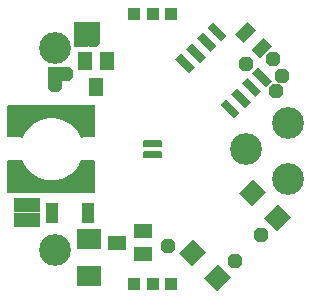
<source format=gts>
G75*
%MOIN*%
%OFA0B0*%
%FSLAX25Y25*%
%IPPOS*%
%LPD*%
%AMOC8*
5,1,8,0,0,1.08239X$1,22.5*
%
%ADD10R,0.05600X0.05600*%
%ADD11C,0.00500*%
%ADD12C,0.00160*%
%ADD13C,0.00593*%
%ADD14R,0.04537X0.06112*%
%ADD15R,0.06899X0.06112*%
%ADD16C,0.10600*%
%ADD17R,0.06112X0.04537*%
%ADD18R,0.04143X0.06899*%
%ADD19R,0.04143X0.05718*%
%ADD20R,0.02765X0.06506*%
%ADD21R,0.08080X0.06899*%
%ADD22R,0.04756X0.04756*%
%ADD23OC8,0.04756*%
%ADD24R,0.04362X0.04362*%
D10*
X0086061Y0071189D03*
X0086061Y0094811D03*
D11*
X0088620Y0094793D02*
X0059880Y0094793D01*
X0059880Y0094295D02*
X0088620Y0094295D01*
X0088620Y0093796D02*
X0073209Y0093796D01*
X0072944Y0093838D02*
X0074250Y0093630D01*
X0075549Y0093791D01*
X0076856Y0093747D01*
X0078141Y0093499D01*
X0079371Y0093053D01*
X0080517Y0092420D01*
X0081549Y0091616D01*
X0082442Y0090660D01*
X0083176Y0089576D01*
X0083730Y0088391D01*
X0084093Y0087134D01*
X0088620Y0087134D01*
X0088620Y0097370D01*
X0059880Y0097370D01*
X0059880Y0087134D01*
X0064407Y0087134D01*
X0064729Y0088417D01*
X0065257Y0089629D01*
X0065977Y0090739D01*
X0066869Y0091716D01*
X0067909Y0092533D01*
X0069069Y0093168D01*
X0070318Y0093604D01*
X0071621Y0093830D01*
X0072944Y0093838D01*
X0071427Y0093796D02*
X0059880Y0093796D01*
X0059880Y0093298D02*
X0069441Y0093298D01*
X0068396Y0092799D02*
X0059880Y0092799D01*
X0059880Y0092301D02*
X0067614Y0092301D01*
X0066979Y0091802D02*
X0059880Y0091802D01*
X0059880Y0091303D02*
X0066493Y0091303D01*
X0066037Y0090805D02*
X0059880Y0090805D01*
X0059880Y0090306D02*
X0065697Y0090306D01*
X0065373Y0089808D02*
X0059880Y0089808D01*
X0059880Y0089309D02*
X0065118Y0089309D01*
X0064901Y0088811D02*
X0059880Y0088811D01*
X0059880Y0088312D02*
X0064703Y0088312D01*
X0064578Y0087814D02*
X0059880Y0087814D01*
X0059880Y0087315D02*
X0064453Y0087315D01*
X0059880Y0095292D02*
X0088620Y0095292D01*
X0088620Y0095790D02*
X0059880Y0095790D01*
X0059880Y0096289D02*
X0088620Y0096289D01*
X0088620Y0096787D02*
X0059880Y0096787D01*
X0059880Y0097286D02*
X0088620Y0097286D01*
X0088620Y0093298D02*
X0078697Y0093298D01*
X0079831Y0092799D02*
X0088620Y0092799D01*
X0088620Y0092301D02*
X0080670Y0092301D01*
X0081310Y0091802D02*
X0088620Y0091802D01*
X0088620Y0091303D02*
X0081841Y0091303D01*
X0082307Y0090805D02*
X0088620Y0090805D01*
X0088620Y0090306D02*
X0082682Y0090306D01*
X0083019Y0089808D02*
X0088620Y0089808D01*
X0088620Y0089309D02*
X0083301Y0089309D01*
X0083534Y0088811D02*
X0088620Y0088811D01*
X0088620Y0088312D02*
X0083753Y0088312D01*
X0083897Y0087814D02*
X0088620Y0087814D01*
X0088620Y0087315D02*
X0084040Y0087315D01*
X0084093Y0078866D02*
X0088620Y0078866D01*
X0088620Y0068630D01*
X0059880Y0068630D01*
X0059880Y0078866D01*
X0064407Y0078866D01*
X0064770Y0077609D01*
X0065324Y0076424D01*
X0066058Y0075340D01*
X0066951Y0074384D01*
X0067983Y0073580D01*
X0069129Y0072947D01*
X0070359Y0072501D01*
X0071644Y0072253D01*
X0072951Y0072209D01*
X0074250Y0072370D01*
X0075556Y0072162D01*
X0076879Y0072170D01*
X0078182Y0072396D01*
X0079431Y0072832D01*
X0080591Y0073467D01*
X0081631Y0074284D01*
X0082523Y0075261D01*
X0083243Y0076371D01*
X0083771Y0077583D01*
X0084093Y0078866D01*
X0084086Y0078841D02*
X0088620Y0078841D01*
X0088620Y0078342D02*
X0083961Y0078342D01*
X0083836Y0077844D02*
X0088620Y0077844D01*
X0088620Y0077345D02*
X0083667Y0077345D01*
X0083450Y0076847D02*
X0088620Y0076847D01*
X0088620Y0076348D02*
X0083228Y0076348D01*
X0082905Y0075850D02*
X0088620Y0075850D01*
X0088620Y0075351D02*
X0082581Y0075351D01*
X0082150Y0074853D02*
X0088620Y0074853D01*
X0088620Y0074354D02*
X0081694Y0074354D01*
X0081085Y0073856D02*
X0088620Y0073856D01*
X0088620Y0073357D02*
X0080389Y0073357D01*
X0079479Y0072859D02*
X0088620Y0072859D01*
X0088620Y0072360D02*
X0077975Y0072360D01*
X0074313Y0072360D02*
X0074169Y0072360D01*
X0071088Y0072360D02*
X0059880Y0072360D01*
X0059880Y0071862D02*
X0088620Y0071862D01*
X0088620Y0071363D02*
X0059880Y0071363D01*
X0059880Y0070865D02*
X0088620Y0070865D01*
X0088620Y0070366D02*
X0059880Y0070366D01*
X0059880Y0069868D02*
X0088620Y0069868D01*
X0088620Y0069369D02*
X0059880Y0069369D01*
X0059880Y0068870D02*
X0088620Y0068870D01*
X0069372Y0072859D02*
X0059880Y0072859D01*
X0059880Y0073357D02*
X0068386Y0073357D01*
X0067629Y0073856D02*
X0059880Y0073856D01*
X0059880Y0074354D02*
X0066989Y0074354D01*
X0066513Y0074853D02*
X0059880Y0074853D01*
X0059880Y0075351D02*
X0066050Y0075351D01*
X0065713Y0075850D02*
X0059880Y0075850D01*
X0059880Y0076348D02*
X0065375Y0076348D01*
X0065126Y0076847D02*
X0059880Y0076847D01*
X0059880Y0077345D02*
X0064893Y0077345D01*
X0064702Y0077844D02*
X0059880Y0077844D01*
X0059880Y0078342D02*
X0064558Y0078342D01*
X0064415Y0078841D02*
X0059880Y0078841D01*
D12*
X0085354Y0087643D02*
X0084027Y0087085D01*
X0083922Y0087323D01*
X0083810Y0087558D01*
X0083694Y0087790D01*
X0083571Y0088019D01*
X0083443Y0088245D01*
X0083309Y0088468D01*
X0083170Y0088688D01*
X0083026Y0088904D01*
X0082876Y0089117D01*
X0082722Y0089326D01*
X0082562Y0089531D01*
X0082397Y0089732D01*
X0082228Y0089929D01*
X0082054Y0090122D01*
X0081875Y0090310D01*
X0081691Y0090494D01*
X0081503Y0090674D01*
X0081311Y0090849D01*
X0081114Y0091019D01*
X0080914Y0091184D01*
X0080709Y0091345D01*
X0080501Y0091500D01*
X0080289Y0091650D01*
X0080073Y0091796D01*
X0079854Y0091935D01*
X0079632Y0092070D01*
X0079406Y0092198D01*
X0079177Y0092322D01*
X0078945Y0092440D01*
X0078711Y0092552D01*
X0078474Y0092658D01*
X0078234Y0092758D01*
X0077992Y0092853D01*
X0077747Y0092942D01*
X0077501Y0093024D01*
X0077253Y0093101D01*
X0077002Y0093171D01*
X0076751Y0093236D01*
X0076497Y0093294D01*
X0076243Y0093346D01*
X0075987Y0093392D01*
X0075730Y0093432D01*
X0075472Y0093465D01*
X0075213Y0093492D01*
X0074954Y0093513D01*
X0074695Y0093527D01*
X0074435Y0093535D01*
X0074175Y0093537D01*
X0073915Y0093532D01*
X0073656Y0093521D01*
X0073396Y0093504D01*
X0073137Y0093480D01*
X0072879Y0093450D01*
X0072622Y0093414D01*
X0072365Y0093372D01*
X0072110Y0093323D01*
X0071856Y0093268D01*
X0071603Y0093207D01*
X0071352Y0093140D01*
X0071103Y0093066D01*
X0070855Y0092987D01*
X0070610Y0092901D01*
X0070367Y0092810D01*
X0070125Y0092713D01*
X0069887Y0092610D01*
X0069651Y0092501D01*
X0069418Y0092386D01*
X0069187Y0092266D01*
X0068960Y0092140D01*
X0068736Y0092008D01*
X0068515Y0091872D01*
X0068297Y0091729D01*
X0068083Y0091582D01*
X0067873Y0091429D01*
X0067666Y0091272D01*
X0067463Y0091109D01*
X0067265Y0090941D01*
X0067070Y0090769D01*
X0066880Y0090592D01*
X0066694Y0090410D01*
X0066512Y0090224D01*
X0066336Y0090033D01*
X0066163Y0089839D01*
X0065996Y0089640D01*
X0065834Y0089437D01*
X0065676Y0089230D01*
X0065524Y0089019D01*
X0065377Y0088805D01*
X0065235Y0088587D01*
X0065099Y0088366D01*
X0064967Y0088142D01*
X0064842Y0087914D01*
X0064722Y0087683D01*
X0064608Y0087450D01*
X0064499Y0087214D01*
X0064396Y0086975D01*
X0063063Y0087518D01*
X0063179Y0087790D01*
X0063302Y0088058D01*
X0063432Y0088323D01*
X0063568Y0088585D01*
X0063710Y0088844D01*
X0063859Y0089099D01*
X0064014Y0089351D01*
X0064175Y0089598D01*
X0064342Y0089842D01*
X0064515Y0090081D01*
X0064693Y0090316D01*
X0064878Y0090547D01*
X0065068Y0090773D01*
X0065263Y0090994D01*
X0065464Y0091211D01*
X0065670Y0091422D01*
X0065881Y0091629D01*
X0066097Y0091830D01*
X0066318Y0092026D01*
X0066543Y0092217D01*
X0066773Y0092402D01*
X0067008Y0092581D01*
X0067247Y0092754D01*
X0067490Y0092922D01*
X0067737Y0093084D01*
X0067988Y0093239D01*
X0068243Y0093389D01*
X0068501Y0093532D01*
X0068763Y0093669D01*
X0069028Y0093799D01*
X0069296Y0093923D01*
X0069567Y0094040D01*
X0069841Y0094151D01*
X0070117Y0094255D01*
X0070396Y0094352D01*
X0070677Y0094442D01*
X0070960Y0094525D01*
X0071245Y0094602D01*
X0071532Y0094671D01*
X0071821Y0094734D01*
X0072111Y0094789D01*
X0072402Y0094837D01*
X0072695Y0094879D01*
X0072988Y0094913D01*
X0073282Y0094939D01*
X0073577Y0094959D01*
X0073872Y0094972D01*
X0074167Y0094977D01*
X0074462Y0094975D01*
X0074757Y0094966D01*
X0075052Y0094949D01*
X0075347Y0094926D01*
X0075640Y0094895D01*
X0075933Y0094857D01*
X0076225Y0094812D01*
X0076516Y0094760D01*
X0076805Y0094701D01*
X0077093Y0094635D01*
X0077379Y0094561D01*
X0077663Y0094481D01*
X0077945Y0094394D01*
X0078225Y0094300D01*
X0078502Y0094199D01*
X0078777Y0094092D01*
X0079050Y0093978D01*
X0079319Y0093857D01*
X0079586Y0093729D01*
X0079849Y0093596D01*
X0080109Y0093455D01*
X0080365Y0093309D01*
X0080618Y0093156D01*
X0080867Y0092997D01*
X0081112Y0092832D01*
X0081352Y0092662D01*
X0081589Y0092485D01*
X0081821Y0092303D01*
X0082049Y0092115D01*
X0082272Y0091921D01*
X0082490Y0091722D01*
X0082704Y0091518D01*
X0082912Y0091309D01*
X0083115Y0091095D01*
X0083313Y0090875D01*
X0083505Y0090651D01*
X0083692Y0090423D01*
X0083874Y0090190D01*
X0084049Y0089952D01*
X0084219Y0089711D01*
X0084383Y0089465D01*
X0084540Y0089215D01*
X0084692Y0088962D01*
X0084837Y0088705D01*
X0084976Y0088444D01*
X0085109Y0088181D01*
X0085235Y0087914D01*
X0085355Y0087644D01*
X0085215Y0087585D01*
X0085097Y0087852D01*
X0084973Y0088115D01*
X0084842Y0088376D01*
X0084704Y0088633D01*
X0084561Y0088887D01*
X0084411Y0089137D01*
X0084256Y0089384D01*
X0084094Y0089626D01*
X0083926Y0089865D01*
X0083753Y0090099D01*
X0083574Y0090329D01*
X0083389Y0090555D01*
X0083199Y0090776D01*
X0083004Y0090993D01*
X0082803Y0091204D01*
X0082598Y0091411D01*
X0082387Y0091612D01*
X0082171Y0091809D01*
X0081951Y0092000D01*
X0081726Y0092185D01*
X0081497Y0092365D01*
X0081263Y0092540D01*
X0081025Y0092708D01*
X0080783Y0092871D01*
X0080538Y0093028D01*
X0080288Y0093179D01*
X0080035Y0093324D01*
X0079778Y0093462D01*
X0079518Y0093594D01*
X0079255Y0093720D01*
X0078989Y0093839D01*
X0078720Y0093952D01*
X0078449Y0094058D01*
X0078175Y0094158D01*
X0077898Y0094250D01*
X0077620Y0094336D01*
X0077339Y0094416D01*
X0077057Y0094488D01*
X0076773Y0094553D01*
X0076487Y0094612D01*
X0076200Y0094663D01*
X0075912Y0094708D01*
X0075623Y0094745D01*
X0075333Y0094775D01*
X0075042Y0094799D01*
X0074751Y0094815D01*
X0074459Y0094824D01*
X0074168Y0094826D01*
X0073876Y0094821D01*
X0073585Y0094808D01*
X0073294Y0094789D01*
X0073004Y0094762D01*
X0072714Y0094729D01*
X0072425Y0094688D01*
X0072138Y0094640D01*
X0071851Y0094586D01*
X0071566Y0094524D01*
X0071283Y0094456D01*
X0071001Y0094380D01*
X0070722Y0094298D01*
X0070444Y0094209D01*
X0070169Y0094113D01*
X0069896Y0094010D01*
X0069625Y0093901D01*
X0069358Y0093785D01*
X0069093Y0093663D01*
X0068832Y0093534D01*
X0068573Y0093399D01*
X0068318Y0093258D01*
X0068067Y0093110D01*
X0067819Y0092957D01*
X0067575Y0092797D01*
X0067335Y0092632D01*
X0067099Y0092460D01*
X0066867Y0092283D01*
X0066640Y0092101D01*
X0066417Y0091912D01*
X0066199Y0091719D01*
X0065986Y0091520D01*
X0065777Y0091316D01*
X0065574Y0091107D01*
X0065376Y0090894D01*
X0065183Y0090675D01*
X0064995Y0090452D01*
X0064813Y0090224D01*
X0064637Y0089992D01*
X0064466Y0089755D01*
X0064301Y0089515D01*
X0064142Y0089271D01*
X0063989Y0089022D01*
X0063842Y0088770D01*
X0063702Y0088515D01*
X0063567Y0088256D01*
X0063439Y0087994D01*
X0063318Y0087729D01*
X0063202Y0087461D01*
X0063342Y0087404D01*
X0063456Y0087669D01*
X0063576Y0087931D01*
X0063702Y0088189D01*
X0063835Y0088445D01*
X0063974Y0088697D01*
X0064119Y0088945D01*
X0064270Y0089190D01*
X0064427Y0089432D01*
X0064590Y0089669D01*
X0064758Y0089903D01*
X0064933Y0090132D01*
X0065112Y0090357D01*
X0065298Y0090577D01*
X0065488Y0090793D01*
X0065684Y0091004D01*
X0065885Y0091210D01*
X0066090Y0091411D01*
X0066301Y0091608D01*
X0066516Y0091799D01*
X0066736Y0091984D01*
X0066961Y0092165D01*
X0067189Y0092339D01*
X0067422Y0092509D01*
X0067659Y0092672D01*
X0067900Y0092830D01*
X0068145Y0092981D01*
X0068393Y0093127D01*
X0068645Y0093266D01*
X0068900Y0093400D01*
X0069158Y0093527D01*
X0069420Y0093647D01*
X0069684Y0093762D01*
X0069951Y0093869D01*
X0070220Y0093971D01*
X0070492Y0094065D01*
X0070766Y0094153D01*
X0071042Y0094235D01*
X0071321Y0094309D01*
X0071600Y0094377D01*
X0071882Y0094438D01*
X0072164Y0094492D01*
X0072448Y0094539D01*
X0072733Y0094579D01*
X0073019Y0094612D01*
X0073306Y0094638D01*
X0073593Y0094658D01*
X0073881Y0094670D01*
X0074169Y0094675D01*
X0074457Y0094673D01*
X0074744Y0094664D01*
X0075032Y0094648D01*
X0075319Y0094625D01*
X0075605Y0094595D01*
X0075890Y0094558D01*
X0076175Y0094514D01*
X0076458Y0094464D01*
X0076740Y0094406D01*
X0077021Y0094341D01*
X0077300Y0094270D01*
X0077577Y0094192D01*
X0077852Y0094107D01*
X0078125Y0094015D01*
X0078395Y0093917D01*
X0078663Y0093812D01*
X0078929Y0093701D01*
X0079192Y0093583D01*
X0079451Y0093459D01*
X0079708Y0093328D01*
X0079961Y0093192D01*
X0080211Y0093049D01*
X0080458Y0092900D01*
X0080700Y0092745D01*
X0080939Y0092585D01*
X0081174Y0092418D01*
X0081405Y0092246D01*
X0081631Y0092068D01*
X0081853Y0091885D01*
X0082071Y0091696D01*
X0082283Y0091502D01*
X0082491Y0091303D01*
X0082694Y0091099D01*
X0082893Y0090891D01*
X0083085Y0090677D01*
X0083273Y0090459D01*
X0083455Y0090236D01*
X0083632Y0090009D01*
X0083803Y0089777D01*
X0083969Y0089542D01*
X0084128Y0089302D01*
X0084282Y0089059D01*
X0084430Y0088812D01*
X0084572Y0088561D01*
X0084707Y0088307D01*
X0084837Y0088050D01*
X0084960Y0087790D01*
X0085076Y0087527D01*
X0084937Y0087468D01*
X0084822Y0087728D01*
X0084700Y0087985D01*
X0084573Y0088239D01*
X0084439Y0088489D01*
X0084299Y0088737D01*
X0084153Y0088980D01*
X0084001Y0089221D01*
X0083844Y0089457D01*
X0083680Y0089690D01*
X0083511Y0089918D01*
X0083337Y0090142D01*
X0083157Y0090362D01*
X0082972Y0090578D01*
X0082781Y0090789D01*
X0082586Y0090995D01*
X0082385Y0091196D01*
X0082180Y0091392D01*
X0081970Y0091584D01*
X0081755Y0091770D01*
X0081536Y0091951D01*
X0081312Y0092126D01*
X0081085Y0092296D01*
X0080853Y0092461D01*
X0080617Y0092619D01*
X0080377Y0092772D01*
X0080134Y0092919D01*
X0079888Y0093060D01*
X0079637Y0093195D01*
X0079384Y0093324D01*
X0079128Y0093446D01*
X0078868Y0093562D01*
X0078606Y0093672D01*
X0078342Y0093776D01*
X0078075Y0093873D01*
X0077805Y0093963D01*
X0077534Y0094047D01*
X0077260Y0094124D01*
X0076985Y0094195D01*
X0076708Y0094258D01*
X0076430Y0094315D01*
X0076150Y0094365D01*
X0075869Y0094409D01*
X0075587Y0094445D01*
X0075305Y0094475D01*
X0075021Y0094497D01*
X0074738Y0094513D01*
X0074454Y0094522D01*
X0074170Y0094524D01*
X0073885Y0094519D01*
X0073602Y0094507D01*
X0073318Y0094488D01*
X0073035Y0094462D01*
X0072753Y0094429D01*
X0072471Y0094390D01*
X0072191Y0094343D01*
X0071912Y0094290D01*
X0071634Y0094230D01*
X0071358Y0094163D01*
X0071084Y0094089D01*
X0070811Y0094009D01*
X0070540Y0093922D01*
X0070272Y0093829D01*
X0070006Y0093729D01*
X0069743Y0093622D01*
X0069482Y0093510D01*
X0069224Y0093391D01*
X0068969Y0093265D01*
X0068717Y0093134D01*
X0068468Y0092996D01*
X0068223Y0092852D01*
X0067982Y0092702D01*
X0067744Y0092547D01*
X0067510Y0092386D01*
X0067280Y0092219D01*
X0067054Y0092046D01*
X0066833Y0091868D01*
X0066616Y0091685D01*
X0066403Y0091496D01*
X0066195Y0091303D01*
X0065992Y0091104D01*
X0065794Y0090900D01*
X0065600Y0090692D01*
X0065412Y0090479D01*
X0065230Y0090261D01*
X0065052Y0090040D01*
X0064880Y0089813D01*
X0064714Y0089583D01*
X0064553Y0089349D01*
X0064398Y0089110D01*
X0064249Y0088869D01*
X0064106Y0088623D01*
X0063969Y0088374D01*
X0063838Y0088122D01*
X0063713Y0087867D01*
X0063594Y0087609D01*
X0063482Y0087347D01*
X0063622Y0087290D01*
X0063733Y0087548D01*
X0063850Y0087803D01*
X0063973Y0088055D01*
X0064102Y0088304D01*
X0064238Y0088549D01*
X0064379Y0088792D01*
X0064526Y0089030D01*
X0064679Y0089265D01*
X0064838Y0089497D01*
X0065002Y0089724D01*
X0065172Y0089947D01*
X0065347Y0090166D01*
X0065527Y0090381D01*
X0065713Y0090591D01*
X0065904Y0090797D01*
X0066099Y0090998D01*
X0066300Y0091194D01*
X0066505Y0091385D01*
X0066715Y0091571D01*
X0066929Y0091752D01*
X0067148Y0091928D01*
X0067371Y0092098D01*
X0067598Y0092263D01*
X0067829Y0092422D01*
X0068063Y0092575D01*
X0068302Y0092723D01*
X0068544Y0092865D01*
X0068789Y0093001D01*
X0069038Y0093131D01*
X0069289Y0093254D01*
X0069544Y0093372D01*
X0069801Y0093483D01*
X0070061Y0093588D01*
X0070324Y0093687D01*
X0070589Y0093779D01*
X0070856Y0093865D01*
X0071125Y0093944D01*
X0071396Y0094017D01*
X0071668Y0094083D01*
X0071942Y0094142D01*
X0072218Y0094195D01*
X0072494Y0094240D01*
X0072772Y0094280D01*
X0073051Y0094312D01*
X0073330Y0094337D01*
X0073610Y0094356D01*
X0073890Y0094368D01*
X0074170Y0094373D01*
X0074451Y0094371D01*
X0074731Y0094362D01*
X0075011Y0094347D01*
X0075291Y0094324D01*
X0075570Y0094295D01*
X0075848Y0094259D01*
X0076125Y0094217D01*
X0076401Y0094167D01*
X0076676Y0094111D01*
X0076949Y0094048D01*
X0077221Y0093978D01*
X0077491Y0093902D01*
X0077759Y0093819D01*
X0078025Y0093730D01*
X0078288Y0093635D01*
X0078549Y0093532D01*
X0078808Y0093424D01*
X0079064Y0093309D01*
X0079317Y0093188D01*
X0079567Y0093061D01*
X0079814Y0092928D01*
X0080057Y0092789D01*
X0080297Y0092644D01*
X0080534Y0092493D01*
X0080767Y0092337D01*
X0080995Y0092174D01*
X0081220Y0092007D01*
X0081441Y0091834D01*
X0081657Y0091655D01*
X0081869Y0091471D01*
X0082076Y0091283D01*
X0082279Y0091089D01*
X0082477Y0090890D01*
X0082670Y0090687D01*
X0082858Y0090478D01*
X0083041Y0090266D01*
X0083218Y0090049D01*
X0083391Y0089827D01*
X0083557Y0089602D01*
X0083719Y0089372D01*
X0083874Y0089139D01*
X0084024Y0088902D01*
X0084168Y0088661D01*
X0084306Y0088417D01*
X0084438Y0088170D01*
X0084564Y0087919D01*
X0084684Y0087666D01*
X0084798Y0087409D01*
X0084659Y0087351D01*
X0084546Y0087604D01*
X0084428Y0087854D01*
X0084304Y0088101D01*
X0084173Y0088345D01*
X0084037Y0088586D01*
X0083895Y0088824D01*
X0083747Y0089058D01*
X0083593Y0089288D01*
X0083434Y0089514D01*
X0083270Y0089737D01*
X0083100Y0089955D01*
X0082924Y0090169D01*
X0082744Y0090379D01*
X0082559Y0090585D01*
X0082368Y0090785D01*
X0082173Y0090981D01*
X0081973Y0091173D01*
X0081768Y0091359D01*
X0081559Y0091540D01*
X0081346Y0091716D01*
X0081128Y0091887D01*
X0080906Y0092053D01*
X0080680Y0092213D01*
X0080451Y0092367D01*
X0080217Y0092516D01*
X0079980Y0092659D01*
X0079740Y0092796D01*
X0079497Y0092928D01*
X0079250Y0093053D01*
X0079000Y0093172D01*
X0078748Y0093286D01*
X0078492Y0093393D01*
X0078235Y0093493D01*
X0077975Y0093588D01*
X0077712Y0093676D01*
X0077448Y0093757D01*
X0077181Y0093833D01*
X0076913Y0093901D01*
X0076644Y0093963D01*
X0076372Y0094019D01*
X0076100Y0094068D01*
X0075827Y0094110D01*
X0075552Y0094145D01*
X0075277Y0094174D01*
X0075001Y0094196D01*
X0074725Y0094211D01*
X0074448Y0094220D01*
X0074171Y0094222D01*
X0073895Y0094217D01*
X0073618Y0094205D01*
X0073342Y0094187D01*
X0073066Y0094162D01*
X0072791Y0094130D01*
X0072517Y0094091D01*
X0072244Y0094046D01*
X0071973Y0093994D01*
X0071702Y0093936D01*
X0071433Y0093870D01*
X0071166Y0093799D01*
X0070900Y0093721D01*
X0070637Y0093636D01*
X0070375Y0093545D01*
X0070116Y0093448D01*
X0069860Y0093344D01*
X0069606Y0093234D01*
X0069355Y0093118D01*
X0069106Y0092996D01*
X0068861Y0092868D01*
X0068619Y0092734D01*
X0068380Y0092594D01*
X0068145Y0092448D01*
X0067913Y0092297D01*
X0067685Y0092140D01*
X0067461Y0091977D01*
X0067241Y0091809D01*
X0067026Y0091636D01*
X0066814Y0091457D01*
X0066607Y0091274D01*
X0066405Y0091085D01*
X0066207Y0090892D01*
X0066014Y0090693D01*
X0065825Y0090491D01*
X0065642Y0090283D01*
X0065464Y0090071D01*
X0065291Y0089855D01*
X0065124Y0089635D01*
X0064962Y0089410D01*
X0064805Y0089182D01*
X0064654Y0088950D01*
X0064509Y0088715D01*
X0064369Y0088476D01*
X0064236Y0088233D01*
X0064108Y0087988D01*
X0063987Y0087739D01*
X0063871Y0087488D01*
X0063762Y0087234D01*
X0063902Y0087177D01*
X0064010Y0087427D01*
X0064124Y0087675D01*
X0064244Y0087921D01*
X0064369Y0088163D01*
X0064501Y0088402D01*
X0064639Y0088638D01*
X0064782Y0088870D01*
X0064931Y0089099D01*
X0065086Y0089324D01*
X0065246Y0089546D01*
X0065411Y0089763D01*
X0065581Y0089976D01*
X0065757Y0090185D01*
X0065938Y0090390D01*
X0066124Y0090590D01*
X0066314Y0090786D01*
X0066509Y0090976D01*
X0066709Y0091162D01*
X0066913Y0091344D01*
X0067122Y0091520D01*
X0067335Y0091691D01*
X0067552Y0091856D01*
X0067773Y0092017D01*
X0067998Y0092172D01*
X0068226Y0092321D01*
X0068458Y0092465D01*
X0068694Y0092603D01*
X0068933Y0092735D01*
X0069175Y0092862D01*
X0069420Y0092982D01*
X0069668Y0093097D01*
X0069918Y0093205D01*
X0070172Y0093307D01*
X0070427Y0093403D01*
X0070685Y0093493D01*
X0070945Y0093576D01*
X0071207Y0093654D01*
X0071471Y0093724D01*
X0071736Y0093788D01*
X0072003Y0093846D01*
X0072271Y0093897D01*
X0072540Y0093942D01*
X0072811Y0093980D01*
X0073082Y0094011D01*
X0073354Y0094036D01*
X0073626Y0094054D01*
X0073899Y0094066D01*
X0074172Y0094071D01*
X0074445Y0094069D01*
X0074718Y0094061D01*
X0074991Y0094045D01*
X0075263Y0094024D01*
X0075534Y0093995D01*
X0075805Y0093960D01*
X0076075Y0093919D01*
X0076344Y0093871D01*
X0076611Y0093816D01*
X0076877Y0093755D01*
X0077142Y0093687D01*
X0077405Y0093613D01*
X0077666Y0093532D01*
X0077924Y0093445D01*
X0078181Y0093352D01*
X0078435Y0093253D01*
X0078687Y0093147D01*
X0078936Y0093036D01*
X0079183Y0092918D01*
X0079426Y0092794D01*
X0079666Y0092665D01*
X0079904Y0092529D01*
X0080137Y0092388D01*
X0080367Y0092241D01*
X0080594Y0092089D01*
X0080817Y0091931D01*
X0081036Y0091768D01*
X0081250Y0091599D01*
X0081461Y0091425D01*
X0081667Y0091247D01*
X0081869Y0091063D01*
X0082067Y0090874D01*
X0082259Y0090681D01*
X0082447Y0090482D01*
X0082630Y0090280D01*
X0082808Y0090073D01*
X0082981Y0089862D01*
X0083149Y0089646D01*
X0083311Y0089427D01*
X0083468Y0089203D01*
X0083620Y0088976D01*
X0083766Y0088745D01*
X0083906Y0088511D01*
X0084041Y0088273D01*
X0084169Y0088033D01*
X0084292Y0087789D01*
X0084409Y0087542D01*
X0084519Y0087292D01*
X0084380Y0087234D01*
X0084271Y0087480D01*
X0084156Y0087723D01*
X0084035Y0087964D01*
X0083908Y0088202D01*
X0083775Y0088436D01*
X0083637Y0088667D01*
X0083493Y0088895D01*
X0083343Y0089119D01*
X0083188Y0089339D01*
X0083028Y0089556D01*
X0082863Y0089768D01*
X0082692Y0089976D01*
X0082516Y0090181D01*
X0082336Y0090380D01*
X0082151Y0090576D01*
X0081960Y0090767D01*
X0081766Y0090953D01*
X0081567Y0091134D01*
X0081363Y0091310D01*
X0081155Y0091482D01*
X0080943Y0091648D01*
X0080727Y0091809D01*
X0080508Y0091965D01*
X0080284Y0092115D01*
X0080057Y0092260D01*
X0079827Y0092399D01*
X0079593Y0092533D01*
X0079356Y0092661D01*
X0079116Y0092783D01*
X0078873Y0092899D01*
X0078627Y0093009D01*
X0078378Y0093113D01*
X0078128Y0093211D01*
X0077874Y0093303D01*
X0077619Y0093389D01*
X0077362Y0093468D01*
X0077102Y0093541D01*
X0076842Y0093608D01*
X0076579Y0093668D01*
X0076315Y0093722D01*
X0076050Y0093770D01*
X0075784Y0093811D01*
X0075517Y0093845D01*
X0075249Y0093873D01*
X0074980Y0093895D01*
X0074712Y0093910D01*
X0074442Y0093918D01*
X0074173Y0093920D01*
X0073904Y0093915D01*
X0073635Y0093904D01*
X0073366Y0093886D01*
X0073098Y0093861D01*
X0072830Y0093830D01*
X0072563Y0093793D01*
X0072298Y0093749D01*
X0072033Y0093698D01*
X0071770Y0093641D01*
X0071508Y0093578D01*
X0071248Y0093508D01*
X0070990Y0093432D01*
X0070733Y0093350D01*
X0070479Y0093261D01*
X0070227Y0093167D01*
X0069977Y0093066D01*
X0069730Y0092959D01*
X0069485Y0092846D01*
X0069243Y0092727D01*
X0069005Y0092602D01*
X0068769Y0092472D01*
X0068537Y0092336D01*
X0068308Y0092194D01*
X0068082Y0092047D01*
X0067861Y0091894D01*
X0067643Y0091736D01*
X0067429Y0091572D01*
X0067219Y0091404D01*
X0067013Y0091230D01*
X0066811Y0091051D01*
X0066614Y0090868D01*
X0066421Y0090679D01*
X0066234Y0090486D01*
X0066050Y0090289D01*
X0065872Y0090087D01*
X0065699Y0089881D01*
X0065530Y0089671D01*
X0065367Y0089456D01*
X0065210Y0089238D01*
X0065057Y0089016D01*
X0064910Y0088790D01*
X0064769Y0088561D01*
X0064633Y0088328D01*
X0064503Y0088093D01*
X0064379Y0087854D01*
X0064260Y0087612D01*
X0064148Y0087367D01*
X0064041Y0087120D01*
X0064181Y0087063D01*
X0064286Y0087307D01*
X0064397Y0087548D01*
X0064514Y0087786D01*
X0064637Y0088022D01*
X0064765Y0088255D01*
X0064899Y0088484D01*
X0065038Y0088710D01*
X0065183Y0088933D01*
X0065334Y0089152D01*
X0065489Y0089367D01*
X0065650Y0089578D01*
X0065816Y0089786D01*
X0065987Y0089989D01*
X0066163Y0090188D01*
X0066343Y0090383D01*
X0066529Y0090573D01*
X0066719Y0090759D01*
X0066913Y0090940D01*
X0067112Y0091116D01*
X0067315Y0091287D01*
X0067522Y0091454D01*
X0067733Y0091615D01*
X0067948Y0091771D01*
X0068167Y0091922D01*
X0068389Y0092067D01*
X0068615Y0092207D01*
X0068844Y0092341D01*
X0069077Y0092470D01*
X0069312Y0092593D01*
X0069551Y0092710D01*
X0069792Y0092821D01*
X0070035Y0092927D01*
X0070282Y0093026D01*
X0070530Y0093119D01*
X0070781Y0093207D01*
X0071034Y0093288D01*
X0071289Y0093363D01*
X0071546Y0093432D01*
X0071804Y0093494D01*
X0072063Y0093550D01*
X0072324Y0093600D01*
X0072586Y0093643D01*
X0072849Y0093680D01*
X0073113Y0093711D01*
X0073378Y0093735D01*
X0073643Y0093753D01*
X0073908Y0093764D01*
X0074174Y0093769D01*
X0074439Y0093767D01*
X0074705Y0093759D01*
X0074970Y0093744D01*
X0075235Y0093723D01*
X0075499Y0093695D01*
X0075763Y0093661D01*
X0076025Y0093621D01*
X0076287Y0093574D01*
X0076547Y0093521D01*
X0076806Y0093461D01*
X0077063Y0093395D01*
X0077319Y0093323D01*
X0077572Y0093245D01*
X0077824Y0093160D01*
X0078074Y0093070D01*
X0078321Y0092973D01*
X0078566Y0092870D01*
X0078809Y0092762D01*
X0079048Y0092647D01*
X0079285Y0092527D01*
X0079519Y0092401D01*
X0079750Y0092269D01*
X0079977Y0092132D01*
X0080201Y0091989D01*
X0080421Y0091841D01*
X0080638Y0091687D01*
X0080851Y0091529D01*
X0081060Y0091365D01*
X0081265Y0091196D01*
X0081466Y0091022D01*
X0081662Y0090843D01*
X0081854Y0090659D01*
X0082042Y0090471D01*
X0082225Y0090278D01*
X0082403Y0090081D01*
X0082576Y0089880D01*
X0082744Y0089674D01*
X0082907Y0089465D01*
X0083065Y0089251D01*
X0083218Y0089034D01*
X0083366Y0088813D01*
X0083508Y0088589D01*
X0083644Y0088361D01*
X0083775Y0088130D01*
X0083900Y0087895D01*
X0084020Y0087658D01*
X0084133Y0087418D01*
X0084241Y0087175D01*
X0084102Y0087117D01*
X0083996Y0087356D01*
X0083884Y0087593D01*
X0083766Y0087827D01*
X0083642Y0088058D01*
X0083513Y0088286D01*
X0083379Y0088510D01*
X0083238Y0088732D01*
X0083093Y0088950D01*
X0082942Y0089164D01*
X0082787Y0089374D01*
X0082626Y0089581D01*
X0082460Y0089784D01*
X0082289Y0089982D01*
X0082113Y0090176D01*
X0081933Y0090366D01*
X0081748Y0090552D01*
X0081559Y0090733D01*
X0081365Y0090909D01*
X0081167Y0091081D01*
X0080965Y0091247D01*
X0080759Y0091409D01*
X0080549Y0091566D01*
X0080335Y0091717D01*
X0080118Y0091863D01*
X0079897Y0092004D01*
X0079673Y0092139D01*
X0079445Y0092269D01*
X0079215Y0092393D01*
X0078981Y0092512D01*
X0078745Y0092625D01*
X0078506Y0092732D01*
X0078264Y0092833D01*
X0078020Y0092929D01*
X0077774Y0093018D01*
X0077526Y0093101D01*
X0077276Y0093179D01*
X0077024Y0093250D01*
X0076770Y0093315D01*
X0076515Y0093373D01*
X0076258Y0093426D01*
X0076000Y0093472D01*
X0075741Y0093512D01*
X0075481Y0093545D01*
X0075221Y0093573D01*
X0074960Y0093594D01*
X0074698Y0093608D01*
X0074437Y0093616D01*
X0074175Y0093618D01*
X0073913Y0093613D01*
X0073651Y0093602D01*
X0073390Y0093585D01*
X0073129Y0093561D01*
X0072869Y0093531D01*
X0072609Y0093494D01*
X0072351Y0093451D01*
X0072094Y0093402D01*
X0071838Y0093347D01*
X0071583Y0093285D01*
X0071330Y0093218D01*
X0071079Y0093144D01*
X0070829Y0093064D01*
X0070582Y0092978D01*
X0070337Y0092885D01*
X0070094Y0092787D01*
X0069854Y0092683D01*
X0069616Y0092574D01*
X0069381Y0092458D01*
X0069149Y0092337D01*
X0068919Y0092210D01*
X0068694Y0092078D01*
X0068471Y0091940D01*
X0068252Y0091796D01*
X0068036Y0091648D01*
X0067824Y0091494D01*
X0067616Y0091335D01*
X0067411Y0091171D01*
X0067211Y0091002D01*
X0067015Y0090829D01*
X0066824Y0090650D01*
X0066636Y0090467D01*
X0066453Y0090279D01*
X0066275Y0090087D01*
X0066102Y0089891D01*
X0065933Y0089691D01*
X0065770Y0089486D01*
X0065611Y0089278D01*
X0065458Y0089066D01*
X0065309Y0088850D01*
X0065166Y0088630D01*
X0065029Y0088407D01*
X0064897Y0088181D01*
X0064770Y0087952D01*
X0064649Y0087719D01*
X0064534Y0087484D01*
X0064425Y0087246D01*
X0064321Y0087006D01*
X0063146Y0078357D02*
X0064473Y0078915D01*
X0064578Y0078677D01*
X0064690Y0078442D01*
X0064806Y0078210D01*
X0064929Y0077981D01*
X0065057Y0077755D01*
X0065191Y0077532D01*
X0065330Y0077312D01*
X0065474Y0077096D01*
X0065624Y0076883D01*
X0065778Y0076674D01*
X0065938Y0076469D01*
X0066103Y0076268D01*
X0066272Y0076071D01*
X0066446Y0075878D01*
X0066625Y0075690D01*
X0066809Y0075506D01*
X0066997Y0075326D01*
X0067189Y0075151D01*
X0067386Y0074981D01*
X0067586Y0074816D01*
X0067791Y0074655D01*
X0067999Y0074500D01*
X0068211Y0074350D01*
X0068427Y0074204D01*
X0068646Y0074065D01*
X0068868Y0073930D01*
X0069094Y0073802D01*
X0069323Y0073678D01*
X0069555Y0073560D01*
X0069789Y0073448D01*
X0070026Y0073342D01*
X0070266Y0073242D01*
X0070508Y0073147D01*
X0070753Y0073058D01*
X0070999Y0072976D01*
X0071247Y0072899D01*
X0071498Y0072829D01*
X0071749Y0072764D01*
X0072003Y0072706D01*
X0072257Y0072654D01*
X0072513Y0072608D01*
X0072770Y0072568D01*
X0073028Y0072535D01*
X0073287Y0072508D01*
X0073546Y0072487D01*
X0073805Y0072473D01*
X0074065Y0072465D01*
X0074325Y0072463D01*
X0074585Y0072468D01*
X0074844Y0072479D01*
X0075104Y0072496D01*
X0075363Y0072520D01*
X0075621Y0072550D01*
X0075878Y0072586D01*
X0076135Y0072628D01*
X0076390Y0072677D01*
X0076644Y0072732D01*
X0076897Y0072793D01*
X0077148Y0072860D01*
X0077397Y0072934D01*
X0077645Y0073013D01*
X0077890Y0073099D01*
X0078133Y0073190D01*
X0078375Y0073287D01*
X0078613Y0073390D01*
X0078849Y0073499D01*
X0079082Y0073614D01*
X0079313Y0073734D01*
X0079540Y0073860D01*
X0079764Y0073992D01*
X0079985Y0074128D01*
X0080203Y0074271D01*
X0080417Y0074418D01*
X0080627Y0074571D01*
X0080834Y0074728D01*
X0081037Y0074891D01*
X0081235Y0075059D01*
X0081430Y0075231D01*
X0081620Y0075408D01*
X0081806Y0075590D01*
X0081988Y0075776D01*
X0082164Y0075967D01*
X0082337Y0076161D01*
X0082504Y0076360D01*
X0082666Y0076563D01*
X0082824Y0076770D01*
X0082976Y0076981D01*
X0083123Y0077195D01*
X0083265Y0077413D01*
X0083401Y0077634D01*
X0083533Y0077858D01*
X0083658Y0078086D01*
X0083778Y0078317D01*
X0083892Y0078550D01*
X0084001Y0078786D01*
X0084104Y0079025D01*
X0085437Y0078482D01*
X0085321Y0078210D01*
X0085198Y0077942D01*
X0085068Y0077677D01*
X0084932Y0077415D01*
X0084790Y0077156D01*
X0084641Y0076901D01*
X0084486Y0076649D01*
X0084325Y0076402D01*
X0084158Y0076158D01*
X0083985Y0075919D01*
X0083807Y0075684D01*
X0083622Y0075453D01*
X0083432Y0075227D01*
X0083237Y0075006D01*
X0083036Y0074789D01*
X0082830Y0074578D01*
X0082619Y0074371D01*
X0082403Y0074170D01*
X0082182Y0073974D01*
X0081957Y0073783D01*
X0081727Y0073598D01*
X0081492Y0073419D01*
X0081253Y0073246D01*
X0081010Y0073078D01*
X0080763Y0072916D01*
X0080512Y0072761D01*
X0080257Y0072611D01*
X0079999Y0072468D01*
X0079737Y0072331D01*
X0079472Y0072201D01*
X0079204Y0072077D01*
X0078933Y0071960D01*
X0078659Y0071849D01*
X0078383Y0071745D01*
X0078104Y0071648D01*
X0077823Y0071558D01*
X0077540Y0071475D01*
X0077255Y0071398D01*
X0076968Y0071329D01*
X0076679Y0071266D01*
X0076389Y0071211D01*
X0076098Y0071163D01*
X0075805Y0071121D01*
X0075512Y0071087D01*
X0075218Y0071061D01*
X0074923Y0071041D01*
X0074628Y0071028D01*
X0074333Y0071023D01*
X0074038Y0071025D01*
X0073743Y0071034D01*
X0073448Y0071051D01*
X0073153Y0071074D01*
X0072860Y0071105D01*
X0072567Y0071143D01*
X0072275Y0071188D01*
X0071984Y0071240D01*
X0071695Y0071299D01*
X0071407Y0071365D01*
X0071121Y0071439D01*
X0070837Y0071519D01*
X0070555Y0071606D01*
X0070275Y0071700D01*
X0069998Y0071801D01*
X0069723Y0071908D01*
X0069450Y0072022D01*
X0069181Y0072143D01*
X0068914Y0072271D01*
X0068651Y0072404D01*
X0068391Y0072545D01*
X0068135Y0072691D01*
X0067882Y0072844D01*
X0067633Y0073003D01*
X0067388Y0073168D01*
X0067148Y0073338D01*
X0066911Y0073515D01*
X0066679Y0073697D01*
X0066451Y0073885D01*
X0066228Y0074079D01*
X0066010Y0074278D01*
X0065796Y0074482D01*
X0065588Y0074691D01*
X0065385Y0074905D01*
X0065187Y0075125D01*
X0064995Y0075349D01*
X0064808Y0075577D01*
X0064626Y0075810D01*
X0064451Y0076048D01*
X0064281Y0076289D01*
X0064117Y0076535D01*
X0063960Y0076785D01*
X0063808Y0077038D01*
X0063663Y0077295D01*
X0063524Y0077556D01*
X0063391Y0077819D01*
X0063265Y0078086D01*
X0063145Y0078356D01*
X0063285Y0078415D01*
X0063403Y0078148D01*
X0063527Y0077885D01*
X0063658Y0077624D01*
X0063796Y0077367D01*
X0063939Y0077113D01*
X0064089Y0076863D01*
X0064244Y0076616D01*
X0064406Y0076374D01*
X0064574Y0076135D01*
X0064747Y0075901D01*
X0064926Y0075671D01*
X0065111Y0075445D01*
X0065301Y0075224D01*
X0065496Y0075007D01*
X0065697Y0074796D01*
X0065902Y0074589D01*
X0066113Y0074388D01*
X0066329Y0074191D01*
X0066549Y0074000D01*
X0066774Y0073815D01*
X0067003Y0073635D01*
X0067237Y0073460D01*
X0067475Y0073292D01*
X0067717Y0073129D01*
X0067962Y0072972D01*
X0068212Y0072821D01*
X0068465Y0072676D01*
X0068722Y0072538D01*
X0068982Y0072406D01*
X0069245Y0072280D01*
X0069511Y0072161D01*
X0069780Y0072048D01*
X0070051Y0071942D01*
X0070325Y0071842D01*
X0070602Y0071750D01*
X0070880Y0071664D01*
X0071161Y0071584D01*
X0071443Y0071512D01*
X0071727Y0071447D01*
X0072013Y0071388D01*
X0072300Y0071337D01*
X0072588Y0071292D01*
X0072877Y0071255D01*
X0073167Y0071225D01*
X0073458Y0071201D01*
X0073749Y0071185D01*
X0074041Y0071176D01*
X0074332Y0071174D01*
X0074624Y0071179D01*
X0074915Y0071192D01*
X0075206Y0071211D01*
X0075496Y0071238D01*
X0075786Y0071271D01*
X0076075Y0071312D01*
X0076362Y0071360D01*
X0076649Y0071414D01*
X0076934Y0071476D01*
X0077217Y0071544D01*
X0077499Y0071620D01*
X0077778Y0071702D01*
X0078056Y0071791D01*
X0078331Y0071887D01*
X0078604Y0071990D01*
X0078875Y0072099D01*
X0079142Y0072215D01*
X0079407Y0072337D01*
X0079668Y0072466D01*
X0079927Y0072601D01*
X0080182Y0072742D01*
X0080433Y0072890D01*
X0080681Y0073043D01*
X0080925Y0073203D01*
X0081165Y0073368D01*
X0081401Y0073540D01*
X0081633Y0073717D01*
X0081860Y0073899D01*
X0082083Y0074088D01*
X0082301Y0074281D01*
X0082514Y0074480D01*
X0082723Y0074684D01*
X0082926Y0074893D01*
X0083124Y0075106D01*
X0083317Y0075325D01*
X0083505Y0075548D01*
X0083687Y0075776D01*
X0083863Y0076008D01*
X0084034Y0076245D01*
X0084199Y0076485D01*
X0084358Y0076729D01*
X0084511Y0076978D01*
X0084658Y0077230D01*
X0084798Y0077485D01*
X0084933Y0077744D01*
X0085061Y0078006D01*
X0085182Y0078271D01*
X0085298Y0078539D01*
X0085158Y0078596D01*
X0085044Y0078331D01*
X0084924Y0078069D01*
X0084798Y0077811D01*
X0084665Y0077555D01*
X0084526Y0077303D01*
X0084381Y0077055D01*
X0084230Y0076810D01*
X0084073Y0076568D01*
X0083910Y0076331D01*
X0083742Y0076097D01*
X0083567Y0075868D01*
X0083388Y0075643D01*
X0083202Y0075423D01*
X0083012Y0075207D01*
X0082816Y0074996D01*
X0082615Y0074790D01*
X0082410Y0074589D01*
X0082199Y0074392D01*
X0081984Y0074201D01*
X0081764Y0074016D01*
X0081539Y0073835D01*
X0081311Y0073661D01*
X0081078Y0073491D01*
X0080841Y0073328D01*
X0080600Y0073170D01*
X0080355Y0073019D01*
X0080107Y0072873D01*
X0079855Y0072734D01*
X0079600Y0072600D01*
X0079342Y0072473D01*
X0079080Y0072353D01*
X0078816Y0072238D01*
X0078549Y0072131D01*
X0078280Y0072029D01*
X0078008Y0071935D01*
X0077734Y0071847D01*
X0077458Y0071765D01*
X0077179Y0071691D01*
X0076900Y0071623D01*
X0076618Y0071562D01*
X0076336Y0071508D01*
X0076052Y0071461D01*
X0075767Y0071421D01*
X0075481Y0071388D01*
X0075194Y0071362D01*
X0074907Y0071342D01*
X0074619Y0071330D01*
X0074331Y0071325D01*
X0074043Y0071327D01*
X0073756Y0071336D01*
X0073468Y0071352D01*
X0073181Y0071375D01*
X0072895Y0071405D01*
X0072610Y0071442D01*
X0072325Y0071486D01*
X0072042Y0071536D01*
X0071760Y0071594D01*
X0071479Y0071659D01*
X0071200Y0071730D01*
X0070923Y0071808D01*
X0070648Y0071893D01*
X0070375Y0071985D01*
X0070105Y0072083D01*
X0069837Y0072188D01*
X0069571Y0072299D01*
X0069308Y0072417D01*
X0069049Y0072541D01*
X0068792Y0072672D01*
X0068539Y0072808D01*
X0068289Y0072951D01*
X0068042Y0073100D01*
X0067800Y0073255D01*
X0067561Y0073415D01*
X0067326Y0073582D01*
X0067095Y0073754D01*
X0066869Y0073932D01*
X0066647Y0074115D01*
X0066429Y0074304D01*
X0066217Y0074498D01*
X0066009Y0074697D01*
X0065806Y0074901D01*
X0065607Y0075109D01*
X0065415Y0075323D01*
X0065227Y0075541D01*
X0065045Y0075764D01*
X0064868Y0075991D01*
X0064697Y0076223D01*
X0064531Y0076458D01*
X0064372Y0076698D01*
X0064218Y0076941D01*
X0064070Y0077188D01*
X0063928Y0077439D01*
X0063793Y0077693D01*
X0063663Y0077950D01*
X0063540Y0078210D01*
X0063424Y0078473D01*
X0063563Y0078532D01*
X0063678Y0078272D01*
X0063800Y0078015D01*
X0063927Y0077761D01*
X0064061Y0077511D01*
X0064201Y0077263D01*
X0064347Y0077020D01*
X0064499Y0076779D01*
X0064656Y0076543D01*
X0064820Y0076310D01*
X0064989Y0076082D01*
X0065163Y0075858D01*
X0065343Y0075638D01*
X0065528Y0075422D01*
X0065719Y0075211D01*
X0065914Y0075005D01*
X0066115Y0074804D01*
X0066320Y0074608D01*
X0066530Y0074416D01*
X0066745Y0074230D01*
X0066964Y0074049D01*
X0067188Y0073874D01*
X0067415Y0073704D01*
X0067647Y0073539D01*
X0067883Y0073381D01*
X0068123Y0073228D01*
X0068366Y0073081D01*
X0068612Y0072940D01*
X0068863Y0072805D01*
X0069116Y0072676D01*
X0069372Y0072554D01*
X0069632Y0072438D01*
X0069894Y0072328D01*
X0070158Y0072224D01*
X0070425Y0072127D01*
X0070695Y0072037D01*
X0070966Y0071953D01*
X0071240Y0071876D01*
X0071515Y0071805D01*
X0071792Y0071742D01*
X0072070Y0071685D01*
X0072350Y0071635D01*
X0072631Y0071591D01*
X0072913Y0071555D01*
X0073195Y0071525D01*
X0073479Y0071503D01*
X0073762Y0071487D01*
X0074046Y0071478D01*
X0074330Y0071476D01*
X0074615Y0071481D01*
X0074898Y0071493D01*
X0075182Y0071512D01*
X0075465Y0071538D01*
X0075747Y0071571D01*
X0076029Y0071610D01*
X0076309Y0071657D01*
X0076588Y0071710D01*
X0076866Y0071770D01*
X0077142Y0071837D01*
X0077416Y0071911D01*
X0077689Y0071991D01*
X0077960Y0072078D01*
X0078228Y0072171D01*
X0078494Y0072271D01*
X0078757Y0072378D01*
X0079018Y0072490D01*
X0079276Y0072609D01*
X0079531Y0072735D01*
X0079783Y0072866D01*
X0080032Y0073004D01*
X0080277Y0073148D01*
X0080518Y0073298D01*
X0080756Y0073453D01*
X0080990Y0073614D01*
X0081220Y0073781D01*
X0081446Y0073954D01*
X0081667Y0074132D01*
X0081884Y0074315D01*
X0082097Y0074504D01*
X0082305Y0074697D01*
X0082508Y0074896D01*
X0082706Y0075100D01*
X0082900Y0075308D01*
X0083088Y0075521D01*
X0083270Y0075739D01*
X0083448Y0075960D01*
X0083620Y0076187D01*
X0083786Y0076417D01*
X0083947Y0076651D01*
X0084102Y0076890D01*
X0084251Y0077131D01*
X0084394Y0077377D01*
X0084531Y0077626D01*
X0084662Y0077878D01*
X0084787Y0078133D01*
X0084906Y0078391D01*
X0085018Y0078653D01*
X0084878Y0078710D01*
X0084767Y0078452D01*
X0084650Y0078197D01*
X0084527Y0077945D01*
X0084398Y0077696D01*
X0084262Y0077451D01*
X0084121Y0077208D01*
X0083974Y0076970D01*
X0083821Y0076735D01*
X0083662Y0076503D01*
X0083498Y0076276D01*
X0083328Y0076053D01*
X0083153Y0075834D01*
X0082973Y0075619D01*
X0082787Y0075409D01*
X0082596Y0075203D01*
X0082401Y0075002D01*
X0082200Y0074806D01*
X0081995Y0074615D01*
X0081785Y0074429D01*
X0081571Y0074248D01*
X0081352Y0074072D01*
X0081129Y0073902D01*
X0080902Y0073737D01*
X0080671Y0073578D01*
X0080437Y0073425D01*
X0080198Y0073277D01*
X0079956Y0073135D01*
X0079711Y0072999D01*
X0079462Y0072869D01*
X0079211Y0072746D01*
X0078956Y0072628D01*
X0078699Y0072517D01*
X0078439Y0072412D01*
X0078176Y0072313D01*
X0077911Y0072221D01*
X0077644Y0072135D01*
X0077375Y0072056D01*
X0077104Y0071983D01*
X0076832Y0071917D01*
X0076558Y0071858D01*
X0076282Y0071805D01*
X0076006Y0071760D01*
X0075728Y0071720D01*
X0075449Y0071688D01*
X0075170Y0071663D01*
X0074890Y0071644D01*
X0074610Y0071632D01*
X0074330Y0071627D01*
X0074049Y0071629D01*
X0073769Y0071638D01*
X0073489Y0071653D01*
X0073209Y0071676D01*
X0072930Y0071705D01*
X0072652Y0071741D01*
X0072375Y0071783D01*
X0072099Y0071833D01*
X0071824Y0071889D01*
X0071551Y0071952D01*
X0071279Y0072022D01*
X0071009Y0072098D01*
X0070741Y0072181D01*
X0070475Y0072270D01*
X0070212Y0072365D01*
X0069951Y0072468D01*
X0069692Y0072576D01*
X0069436Y0072691D01*
X0069183Y0072812D01*
X0068933Y0072939D01*
X0068686Y0073072D01*
X0068443Y0073211D01*
X0068203Y0073356D01*
X0067966Y0073507D01*
X0067733Y0073663D01*
X0067505Y0073826D01*
X0067280Y0073993D01*
X0067059Y0074166D01*
X0066843Y0074345D01*
X0066631Y0074529D01*
X0066424Y0074717D01*
X0066221Y0074911D01*
X0066023Y0075110D01*
X0065830Y0075313D01*
X0065642Y0075522D01*
X0065459Y0075734D01*
X0065282Y0075951D01*
X0065109Y0076173D01*
X0064943Y0076398D01*
X0064781Y0076628D01*
X0064626Y0076861D01*
X0064476Y0077098D01*
X0064332Y0077339D01*
X0064194Y0077583D01*
X0064062Y0077830D01*
X0063936Y0078081D01*
X0063816Y0078334D01*
X0063702Y0078591D01*
X0063841Y0078649D01*
X0063954Y0078396D01*
X0064072Y0078146D01*
X0064196Y0077899D01*
X0064327Y0077655D01*
X0064463Y0077414D01*
X0064605Y0077176D01*
X0064753Y0076942D01*
X0064907Y0076712D01*
X0065066Y0076486D01*
X0065230Y0076263D01*
X0065400Y0076045D01*
X0065576Y0075831D01*
X0065756Y0075621D01*
X0065941Y0075415D01*
X0066132Y0075215D01*
X0066327Y0075019D01*
X0066527Y0074827D01*
X0066732Y0074641D01*
X0066941Y0074460D01*
X0067154Y0074284D01*
X0067372Y0074113D01*
X0067594Y0073947D01*
X0067820Y0073787D01*
X0068049Y0073633D01*
X0068283Y0073484D01*
X0068520Y0073341D01*
X0068760Y0073204D01*
X0069003Y0073072D01*
X0069250Y0072947D01*
X0069500Y0072828D01*
X0069752Y0072714D01*
X0070008Y0072607D01*
X0070265Y0072507D01*
X0070525Y0072412D01*
X0070788Y0072324D01*
X0071052Y0072243D01*
X0071319Y0072167D01*
X0071587Y0072099D01*
X0071856Y0072037D01*
X0072128Y0071981D01*
X0072400Y0071932D01*
X0072673Y0071890D01*
X0072948Y0071855D01*
X0073223Y0071826D01*
X0073499Y0071804D01*
X0073775Y0071789D01*
X0074052Y0071780D01*
X0074329Y0071778D01*
X0074605Y0071783D01*
X0074882Y0071795D01*
X0075158Y0071813D01*
X0075434Y0071838D01*
X0075709Y0071870D01*
X0075983Y0071909D01*
X0076256Y0071954D01*
X0076527Y0072006D01*
X0076798Y0072064D01*
X0077067Y0072130D01*
X0077334Y0072201D01*
X0077600Y0072279D01*
X0077863Y0072364D01*
X0078125Y0072455D01*
X0078384Y0072552D01*
X0078640Y0072656D01*
X0078894Y0072766D01*
X0079145Y0072882D01*
X0079394Y0073004D01*
X0079639Y0073132D01*
X0079881Y0073266D01*
X0080120Y0073406D01*
X0080355Y0073552D01*
X0080587Y0073703D01*
X0080815Y0073860D01*
X0081039Y0074023D01*
X0081259Y0074191D01*
X0081474Y0074364D01*
X0081686Y0074543D01*
X0081893Y0074726D01*
X0082095Y0074915D01*
X0082293Y0075108D01*
X0082486Y0075307D01*
X0082675Y0075509D01*
X0082858Y0075717D01*
X0083036Y0075929D01*
X0083209Y0076145D01*
X0083376Y0076365D01*
X0083538Y0076590D01*
X0083695Y0076818D01*
X0083846Y0077050D01*
X0083991Y0077285D01*
X0084131Y0077524D01*
X0084264Y0077767D01*
X0084392Y0078012D01*
X0084513Y0078261D01*
X0084629Y0078512D01*
X0084738Y0078766D01*
X0084598Y0078823D01*
X0084490Y0078573D01*
X0084376Y0078325D01*
X0084256Y0078079D01*
X0084131Y0077837D01*
X0083999Y0077598D01*
X0083861Y0077362D01*
X0083718Y0077130D01*
X0083569Y0076901D01*
X0083414Y0076676D01*
X0083254Y0076454D01*
X0083089Y0076237D01*
X0082919Y0076024D01*
X0082743Y0075815D01*
X0082562Y0075610D01*
X0082376Y0075410D01*
X0082186Y0075214D01*
X0081991Y0075024D01*
X0081791Y0074838D01*
X0081587Y0074656D01*
X0081378Y0074480D01*
X0081165Y0074309D01*
X0080948Y0074144D01*
X0080727Y0073983D01*
X0080502Y0073828D01*
X0080274Y0073679D01*
X0080042Y0073535D01*
X0079806Y0073397D01*
X0079567Y0073265D01*
X0079325Y0073138D01*
X0079080Y0073018D01*
X0078832Y0072903D01*
X0078582Y0072795D01*
X0078328Y0072693D01*
X0078073Y0072597D01*
X0077815Y0072507D01*
X0077555Y0072424D01*
X0077293Y0072346D01*
X0077029Y0072276D01*
X0076764Y0072212D01*
X0076497Y0072154D01*
X0076229Y0072103D01*
X0075960Y0072058D01*
X0075689Y0072020D01*
X0075418Y0071989D01*
X0075146Y0071964D01*
X0074874Y0071946D01*
X0074601Y0071934D01*
X0074328Y0071929D01*
X0074055Y0071931D01*
X0073782Y0071939D01*
X0073509Y0071955D01*
X0073237Y0071976D01*
X0072966Y0072005D01*
X0072695Y0072040D01*
X0072425Y0072081D01*
X0072156Y0072129D01*
X0071889Y0072184D01*
X0071623Y0072245D01*
X0071358Y0072313D01*
X0071095Y0072387D01*
X0070834Y0072468D01*
X0070576Y0072555D01*
X0070319Y0072648D01*
X0070065Y0072747D01*
X0069813Y0072853D01*
X0069564Y0072964D01*
X0069317Y0073082D01*
X0069074Y0073206D01*
X0068834Y0073335D01*
X0068596Y0073471D01*
X0068363Y0073612D01*
X0068133Y0073759D01*
X0067906Y0073911D01*
X0067683Y0074069D01*
X0067464Y0074232D01*
X0067250Y0074401D01*
X0067039Y0074575D01*
X0066833Y0074753D01*
X0066631Y0074937D01*
X0066433Y0075126D01*
X0066241Y0075319D01*
X0066053Y0075518D01*
X0065870Y0075720D01*
X0065692Y0075927D01*
X0065519Y0076138D01*
X0065351Y0076354D01*
X0065189Y0076573D01*
X0065032Y0076797D01*
X0064880Y0077024D01*
X0064734Y0077255D01*
X0064594Y0077489D01*
X0064459Y0077727D01*
X0064331Y0077967D01*
X0064208Y0078211D01*
X0064091Y0078458D01*
X0063981Y0078708D01*
X0064120Y0078766D01*
X0064229Y0078520D01*
X0064344Y0078277D01*
X0064465Y0078036D01*
X0064592Y0077798D01*
X0064725Y0077564D01*
X0064863Y0077333D01*
X0065007Y0077105D01*
X0065157Y0076881D01*
X0065312Y0076661D01*
X0065472Y0076444D01*
X0065637Y0076232D01*
X0065808Y0076024D01*
X0065984Y0075819D01*
X0066164Y0075620D01*
X0066349Y0075424D01*
X0066540Y0075233D01*
X0066734Y0075047D01*
X0066933Y0074866D01*
X0067137Y0074690D01*
X0067345Y0074518D01*
X0067557Y0074352D01*
X0067773Y0074191D01*
X0067992Y0074035D01*
X0068216Y0073885D01*
X0068443Y0073740D01*
X0068673Y0073601D01*
X0068907Y0073467D01*
X0069144Y0073339D01*
X0069384Y0073217D01*
X0069627Y0073101D01*
X0069873Y0072991D01*
X0070122Y0072887D01*
X0070372Y0072789D01*
X0070626Y0072697D01*
X0070881Y0072611D01*
X0071138Y0072532D01*
X0071398Y0072459D01*
X0071658Y0072392D01*
X0071921Y0072332D01*
X0072185Y0072278D01*
X0072450Y0072230D01*
X0072716Y0072189D01*
X0072983Y0072155D01*
X0073251Y0072127D01*
X0073520Y0072105D01*
X0073788Y0072090D01*
X0074058Y0072082D01*
X0074327Y0072080D01*
X0074596Y0072085D01*
X0074865Y0072096D01*
X0075134Y0072114D01*
X0075402Y0072139D01*
X0075670Y0072170D01*
X0075937Y0072207D01*
X0076202Y0072251D01*
X0076467Y0072302D01*
X0076730Y0072359D01*
X0076992Y0072422D01*
X0077252Y0072492D01*
X0077510Y0072568D01*
X0077767Y0072650D01*
X0078021Y0072739D01*
X0078273Y0072833D01*
X0078523Y0072934D01*
X0078770Y0073041D01*
X0079015Y0073154D01*
X0079257Y0073273D01*
X0079495Y0073398D01*
X0079731Y0073528D01*
X0079963Y0073664D01*
X0080192Y0073806D01*
X0080418Y0073953D01*
X0080639Y0074106D01*
X0080857Y0074264D01*
X0081071Y0074428D01*
X0081281Y0074596D01*
X0081487Y0074770D01*
X0081689Y0074949D01*
X0081886Y0075132D01*
X0082079Y0075321D01*
X0082266Y0075514D01*
X0082450Y0075711D01*
X0082628Y0075913D01*
X0082801Y0076119D01*
X0082970Y0076329D01*
X0083133Y0076544D01*
X0083290Y0076762D01*
X0083443Y0076984D01*
X0083590Y0077210D01*
X0083731Y0077439D01*
X0083867Y0077672D01*
X0083997Y0077907D01*
X0084121Y0078146D01*
X0084240Y0078388D01*
X0084352Y0078633D01*
X0084459Y0078880D01*
X0084319Y0078937D01*
X0084214Y0078693D01*
X0084103Y0078452D01*
X0083986Y0078214D01*
X0083863Y0077978D01*
X0083735Y0077745D01*
X0083601Y0077516D01*
X0083462Y0077290D01*
X0083317Y0077067D01*
X0083166Y0076848D01*
X0083011Y0076633D01*
X0082850Y0076422D01*
X0082684Y0076214D01*
X0082513Y0076011D01*
X0082337Y0075812D01*
X0082157Y0075617D01*
X0081971Y0075427D01*
X0081781Y0075241D01*
X0081587Y0075060D01*
X0081388Y0074884D01*
X0081185Y0074713D01*
X0080978Y0074546D01*
X0080767Y0074385D01*
X0080552Y0074229D01*
X0080333Y0074078D01*
X0080111Y0073933D01*
X0079885Y0073793D01*
X0079656Y0073659D01*
X0079423Y0073530D01*
X0079188Y0073407D01*
X0078949Y0073290D01*
X0078708Y0073179D01*
X0078465Y0073073D01*
X0078218Y0072974D01*
X0077970Y0072881D01*
X0077719Y0072793D01*
X0077466Y0072712D01*
X0077211Y0072637D01*
X0076954Y0072568D01*
X0076696Y0072506D01*
X0076437Y0072450D01*
X0076176Y0072400D01*
X0075914Y0072357D01*
X0075651Y0072320D01*
X0075387Y0072289D01*
X0075122Y0072265D01*
X0074857Y0072247D01*
X0074592Y0072236D01*
X0074326Y0072231D01*
X0074061Y0072233D01*
X0073795Y0072241D01*
X0073530Y0072256D01*
X0073265Y0072277D01*
X0073001Y0072305D01*
X0072737Y0072339D01*
X0072475Y0072379D01*
X0072213Y0072426D01*
X0071953Y0072479D01*
X0071694Y0072539D01*
X0071437Y0072605D01*
X0071181Y0072677D01*
X0070928Y0072755D01*
X0070676Y0072840D01*
X0070426Y0072930D01*
X0070179Y0073027D01*
X0069934Y0073130D01*
X0069691Y0073238D01*
X0069452Y0073353D01*
X0069215Y0073473D01*
X0068981Y0073599D01*
X0068750Y0073731D01*
X0068523Y0073868D01*
X0068299Y0074011D01*
X0068079Y0074159D01*
X0067862Y0074313D01*
X0067649Y0074471D01*
X0067440Y0074635D01*
X0067235Y0074804D01*
X0067034Y0074978D01*
X0066838Y0075157D01*
X0066646Y0075341D01*
X0066458Y0075529D01*
X0066275Y0075722D01*
X0066097Y0075919D01*
X0065924Y0076120D01*
X0065756Y0076326D01*
X0065593Y0076535D01*
X0065435Y0076749D01*
X0065282Y0076966D01*
X0065134Y0077187D01*
X0064992Y0077411D01*
X0064856Y0077639D01*
X0064725Y0077870D01*
X0064600Y0078105D01*
X0064480Y0078342D01*
X0064367Y0078582D01*
X0064259Y0078825D01*
X0064398Y0078883D01*
X0064504Y0078644D01*
X0064616Y0078407D01*
X0064734Y0078173D01*
X0064858Y0077942D01*
X0064987Y0077714D01*
X0065121Y0077490D01*
X0065262Y0077268D01*
X0065407Y0077050D01*
X0065558Y0076836D01*
X0065713Y0076626D01*
X0065874Y0076419D01*
X0066040Y0076216D01*
X0066211Y0076018D01*
X0066387Y0075824D01*
X0066567Y0075634D01*
X0066752Y0075448D01*
X0066941Y0075267D01*
X0067135Y0075091D01*
X0067333Y0074919D01*
X0067535Y0074753D01*
X0067741Y0074591D01*
X0067951Y0074434D01*
X0068165Y0074283D01*
X0068382Y0074137D01*
X0068603Y0073996D01*
X0068827Y0073861D01*
X0069055Y0073731D01*
X0069285Y0073607D01*
X0069519Y0073488D01*
X0069755Y0073375D01*
X0069994Y0073268D01*
X0070236Y0073167D01*
X0070480Y0073071D01*
X0070726Y0072982D01*
X0070974Y0072899D01*
X0071224Y0072821D01*
X0071476Y0072750D01*
X0071730Y0072685D01*
X0071985Y0072627D01*
X0072242Y0072574D01*
X0072500Y0072528D01*
X0072759Y0072488D01*
X0073019Y0072455D01*
X0073279Y0072427D01*
X0073540Y0072406D01*
X0073802Y0072392D01*
X0074063Y0072384D01*
X0074325Y0072382D01*
X0074587Y0072387D01*
X0074849Y0072398D01*
X0075110Y0072415D01*
X0075371Y0072439D01*
X0075631Y0072469D01*
X0075891Y0072506D01*
X0076149Y0072549D01*
X0076406Y0072598D01*
X0076662Y0072653D01*
X0076917Y0072715D01*
X0077170Y0072782D01*
X0077421Y0072856D01*
X0077671Y0072936D01*
X0077918Y0073022D01*
X0078163Y0073115D01*
X0078406Y0073213D01*
X0078646Y0073317D01*
X0078884Y0073426D01*
X0079119Y0073542D01*
X0079351Y0073663D01*
X0079581Y0073790D01*
X0079806Y0073922D01*
X0080029Y0074060D01*
X0080248Y0074204D01*
X0080464Y0074352D01*
X0080676Y0074506D01*
X0080884Y0074665D01*
X0081089Y0074829D01*
X0081289Y0074998D01*
X0081485Y0075171D01*
X0081676Y0075350D01*
X0081864Y0075533D01*
X0082047Y0075721D01*
X0082225Y0075913D01*
X0082398Y0076109D01*
X0082567Y0076309D01*
X0082730Y0076514D01*
X0082889Y0076722D01*
X0083042Y0076934D01*
X0083191Y0077150D01*
X0083334Y0077370D01*
X0083471Y0077593D01*
X0083603Y0077819D01*
X0083730Y0078048D01*
X0083851Y0078281D01*
X0083966Y0078516D01*
X0084075Y0078754D01*
X0084179Y0078994D01*
D13*
X0110957Y0080240D02*
X0110957Y0082020D01*
X0110957Y0080240D02*
X0105043Y0080240D01*
X0105043Y0082020D01*
X0110957Y0082020D01*
X0110957Y0080832D02*
X0105043Y0080832D01*
X0105043Y0081424D02*
X0110957Y0081424D01*
X0110957Y0082016D02*
X0105043Y0082016D01*
X0110957Y0083980D02*
X0110957Y0085760D01*
X0110957Y0083980D02*
X0105043Y0083980D01*
X0105043Y0085760D01*
X0110957Y0085760D01*
X0110957Y0084572D02*
X0105043Y0084572D01*
X0105043Y0085164D02*
X0110957Y0085164D01*
X0110957Y0085756D02*
X0105043Y0085756D01*
D14*
X0089250Y0103669D03*
X0085510Y0112331D03*
X0092990Y0112331D03*
D15*
G36*
X0145945Y0068725D02*
X0141069Y0063849D01*
X0136747Y0068171D01*
X0141623Y0073047D01*
X0145945Y0068725D01*
G37*
G36*
X0154297Y0060373D02*
X0149421Y0055497D01*
X0145099Y0059819D01*
X0149975Y0064695D01*
X0154297Y0060373D01*
G37*
G36*
X0134253Y0040329D02*
X0129377Y0035453D01*
X0125055Y0039775D01*
X0129931Y0044651D01*
X0134253Y0040329D01*
G37*
G36*
X0125901Y0048681D02*
X0121025Y0043805D01*
X0116703Y0048127D01*
X0121579Y0053003D01*
X0125901Y0048681D01*
G37*
D16*
X0075500Y0049250D03*
X0139250Y0083000D03*
X0153000Y0091750D03*
X0153000Y0073000D03*
X0075500Y0116750D03*
D17*
X0104831Y0055490D03*
X0096169Y0051750D03*
X0104831Y0048010D03*
D18*
X0086602Y0061750D03*
X0074398Y0061750D03*
D19*
G36*
X0143838Y0113119D02*
X0140909Y0116048D01*
X0144952Y0120091D01*
X0147881Y0117162D01*
X0143838Y0113119D01*
G37*
G36*
X0138548Y0118409D02*
X0135619Y0121338D01*
X0139662Y0125381D01*
X0142591Y0122452D01*
X0138548Y0118409D01*
G37*
D20*
G36*
X0126260Y0123392D02*
X0128215Y0125347D01*
X0132814Y0120748D01*
X0130859Y0118793D01*
X0126260Y0123392D01*
G37*
G36*
X0122724Y0119856D02*
X0124679Y0121811D01*
X0129278Y0117212D01*
X0127323Y0115257D01*
X0122724Y0119856D01*
G37*
G36*
X0119189Y0116321D02*
X0121144Y0118276D01*
X0125743Y0113677D01*
X0123788Y0111722D01*
X0119189Y0116321D01*
G37*
G36*
X0115653Y0112785D02*
X0117608Y0114740D01*
X0122207Y0110141D01*
X0120252Y0108186D01*
X0115653Y0112785D01*
G37*
G36*
X0134222Y0101288D02*
X0136177Y0103243D01*
X0140776Y0098644D01*
X0138821Y0096689D01*
X0134222Y0101288D01*
G37*
G36*
X0137757Y0104823D02*
X0139712Y0106778D01*
X0144311Y0102179D01*
X0142356Y0100224D01*
X0137757Y0104823D01*
G37*
G36*
X0141293Y0108359D02*
X0143248Y0110314D01*
X0147847Y0105715D01*
X0145892Y0103760D01*
X0141293Y0108359D01*
G37*
G36*
X0130686Y0097752D02*
X0132641Y0099707D01*
X0137240Y0095108D01*
X0135285Y0093153D01*
X0130686Y0097752D01*
G37*
D21*
X0086750Y0052852D03*
X0086750Y0040648D03*
D22*
X0068000Y0059250D03*
X0064250Y0059250D03*
X0064250Y0064250D03*
X0068000Y0064250D03*
X0075500Y0108000D03*
X0084250Y0119250D03*
X0084250Y0123000D03*
X0088000Y0123000D03*
D23*
X0088000Y0119250D03*
X0079250Y0108000D03*
X0075500Y0104250D03*
X0139250Y0111125D03*
X0148000Y0113000D03*
X0151125Y0107375D03*
X0149250Y0102375D03*
X0144250Y0054250D03*
X0135500Y0045500D03*
X0113000Y0050500D03*
D24*
X0114250Y0038000D03*
X0108000Y0038000D03*
X0101750Y0038000D03*
X0101750Y0128000D03*
X0108000Y0128000D03*
X0114250Y0128000D03*
M02*

</source>
